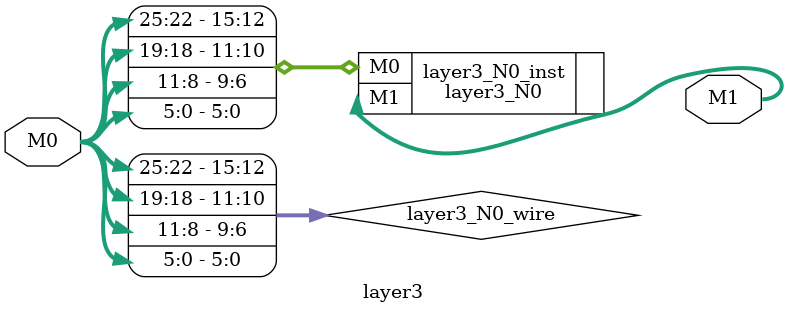
<source format=v>
module layer3 (input [29:0] M0, output [1:0] M1);

wire [15:0] layer3_N0_wire = {M0[25], M0[24], M0[23], M0[22], M0[19], M0[18], M0[11], M0[10], M0[9], M0[8], M0[5], M0[4], M0[3], M0[2], M0[1], M0[0]};
layer3_N0 layer3_N0_inst (.M0(layer3_N0_wire), .M1(M1[1:0]));

endmodule
</source>
